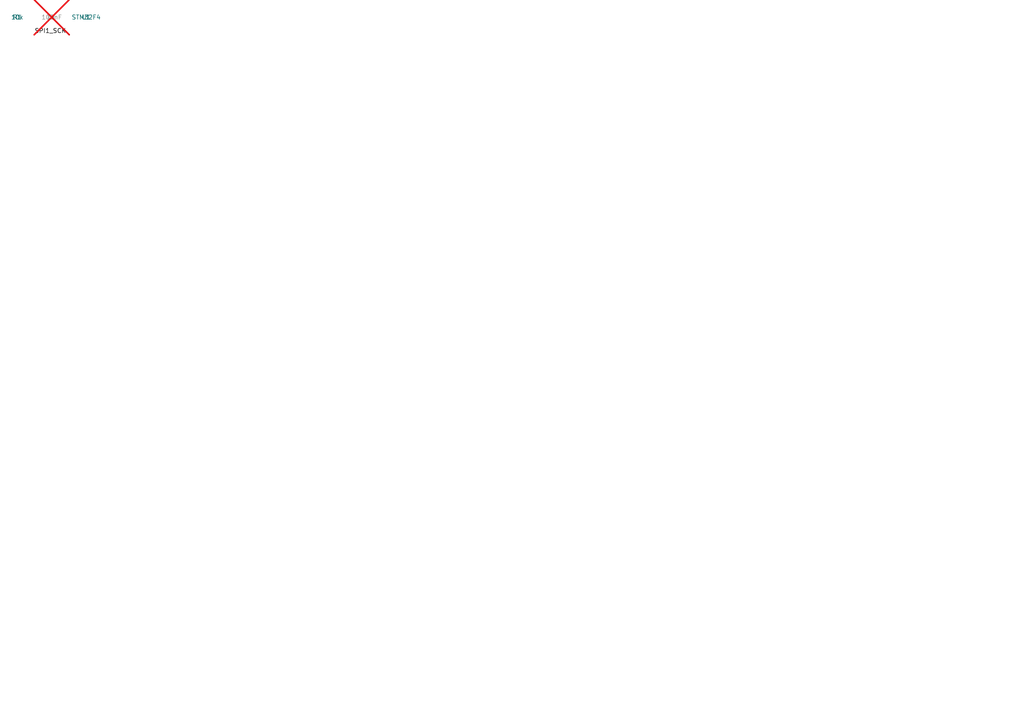
<source format=kicad_sch>
(kicad_sch (version 20211014) (generator kiutils)
  (paper "A4")

  (title_block
    (title "Test Schematic")
    (date "2026-02-17")
    (rev "1.0")
    (company "TestCo")
  )
  (lib_symbols)

  (label "SPI1_SCK" (at 10 10 0)
    (effects (font (size 1.27 1.27)) (justify left bottom))
    (uuid bbbb-0001)
  )

  (symbol (lib_id "Device:R") (at 5 5 0) (unit 1)
    (in_bom yes) (on_board yes)
    (uuid aaaa-0001)
    (property "Reference" "R1" (at 5 5 0)
      (effects (font (size 1.27 1.27)))
    )
    (property "Value" "10k" (at 5 5 0)
      (effects (font (size 1.27 1.27)))
    )
    (property "Footprint" "Resistor_SMD:R_0402_1005Metric" (at 5 5 0)
      (effects (font (size 1.27 1.27)) hide)
    )
    (property "Datasheet" "~" (at 5 5 0)
      (effects (font (size 1.27 1.27)) hide)
    )
    (instances
      (project "test"
        (path "/"
          (reference "R1") (unit 1)
        )
      )
    )
  )

  (symbol (lib_id "Device:C") (at 15 5 0) (unit 1)
    (in_bom yes) (on_board yes) (dnp yes)
    (uuid aaaa-0002)
    (property "Reference" "C1" (at 15 5 0)
      (effects (font (size 1.27 1.27)))
    )
    (property "Value" "100nF" (at 15 5 0)
      (effects (font (size 1.27 1.27)))
    )
    (property "Footprint" "Capacitor_SMD:C_0402_1005Metric" (at 15 5 0)
      (effects (font (size 1.27 1.27)) hide)
    )
    (property "Datasheet" "~" (at 15 5 0)
      (effects (font (size 1.27 1.27)) hide)
    )
    (instances
      (project "test"
        (path "/"
          (reference "C1") (unit 1)
        )
      )
    )
  )

  (symbol (lib_id "Device:IC") (at 25 5 0) (unit 1)
    (in_bom yes) (on_board yes)
    (uuid aaaa-0003)
    (property "Reference" "U1" (at 25 5 0)
      (effects (font (size 1.27 1.27)))
    )
    (property "Value" "STM32F4" (at 25 5 0)
      (effects (font (size 1.27 1.27)))
    )
    (property "Footprint" "" (at 25 5 0)
      (effects (font (size 1.27 1.27)) hide)
    )
    (property "Datasheet" "~" (at 25 5 0)
      (effects (font (size 1.27 1.27)) hide)
    )
    (instances
      (project "test"
        (path "/"
          (reference "U1") (unit 1)
        )
      )
    )
  )

  (sheet_instances
    (path "/" (page "1"))
  )
)

</source>
